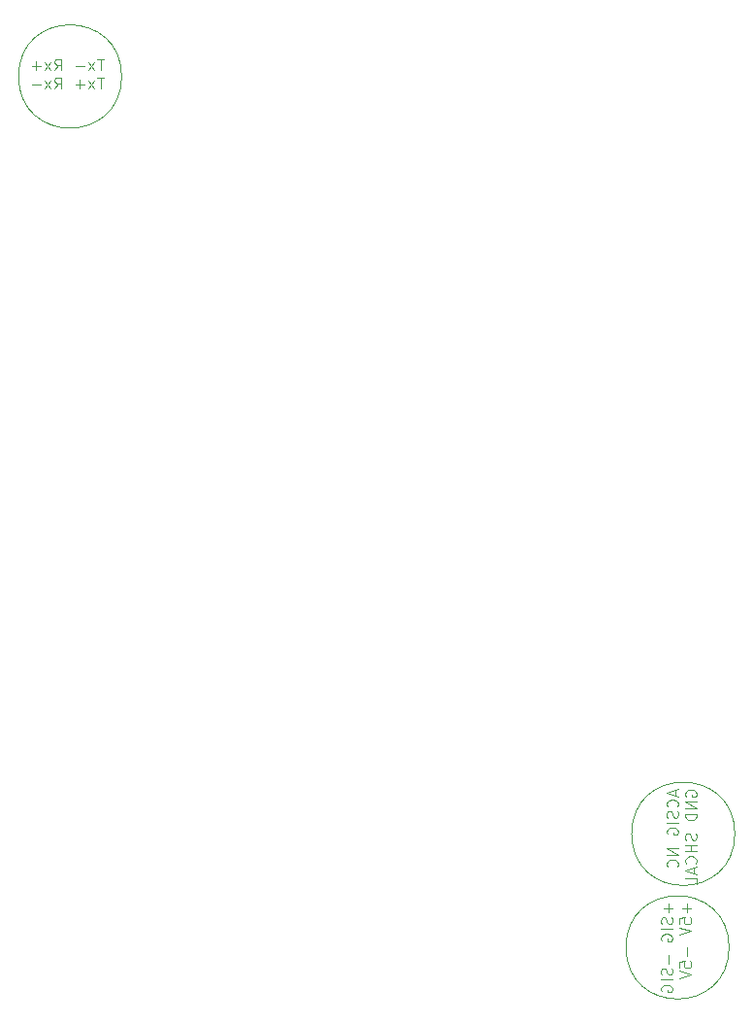
<source format=gbr>
%TF.GenerationSoftware,KiCad,Pcbnew,8.0.7*%
%TF.CreationDate,2025-03-19T13:37:51-04:00*%
%TF.ProjectId,dyno_inst_3,64796e6f-5f69-46e7-9374-5f332e6b6963,rev?*%
%TF.SameCoordinates,Original*%
%TF.FileFunction,Legend,Bot*%
%TF.FilePolarity,Positive*%
%FSLAX46Y46*%
G04 Gerber Fmt 4.6, Leading zero omitted, Abs format (unit mm)*
G04 Created by KiCad (PCBNEW 8.0.7) date 2025-03-19 13:37:51*
%MOMM*%
%LPD*%
G01*
G04 APERTURE LIST*
%ADD10C,0.100000*%
G04 APERTURE END LIST*
D10*
X195900000Y-105600000D02*
G75*
G02*
X186900000Y-105600000I-4500000J0D01*
G01*
X186900000Y-105600000D02*
G75*
G02*
X195900000Y-105600000I4500000J0D01*
G01*
X196400000Y-95700000D02*
G75*
G02*
X187400000Y-95700000I-4500000J0D01*
G01*
X187400000Y-95700000D02*
G75*
G02*
X196400000Y-95700000I4500000J0D01*
G01*
X142900000Y-29700000D02*
G75*
G02*
X133900000Y-29700000I-4500000J0D01*
G01*
X133900000Y-29700000D02*
G75*
G02*
X142900000Y-29700000I4500000J0D01*
G01*
X141338972Y-28162475D02*
X140767544Y-28162475D01*
X141053258Y-29162475D02*
X141053258Y-28162475D01*
X140529448Y-29162475D02*
X140005639Y-28495808D01*
X140529448Y-28495808D02*
X140005639Y-29162475D01*
X139624686Y-28781522D02*
X138862782Y-28781522D01*
X137053258Y-29162475D02*
X137386591Y-28686284D01*
X137624686Y-29162475D02*
X137624686Y-28162475D01*
X137624686Y-28162475D02*
X137243734Y-28162475D01*
X137243734Y-28162475D02*
X137148496Y-28210094D01*
X137148496Y-28210094D02*
X137100877Y-28257713D01*
X137100877Y-28257713D02*
X137053258Y-28352951D01*
X137053258Y-28352951D02*
X137053258Y-28495808D01*
X137053258Y-28495808D02*
X137100877Y-28591046D01*
X137100877Y-28591046D02*
X137148496Y-28638665D01*
X137148496Y-28638665D02*
X137243734Y-28686284D01*
X137243734Y-28686284D02*
X137624686Y-28686284D01*
X136719924Y-29162475D02*
X136196115Y-28495808D01*
X136719924Y-28495808D02*
X136196115Y-29162475D01*
X135815162Y-28781522D02*
X135053258Y-28781522D01*
X135434210Y-29162475D02*
X135434210Y-28400570D01*
X141338972Y-29772419D02*
X140767544Y-29772419D01*
X141053258Y-30772419D02*
X141053258Y-29772419D01*
X140529448Y-30772419D02*
X140005639Y-30105752D01*
X140529448Y-30105752D02*
X140005639Y-30772419D01*
X139624686Y-30391466D02*
X138862782Y-30391466D01*
X139243734Y-30772419D02*
X139243734Y-30010514D01*
X137053258Y-30772419D02*
X137386591Y-30296228D01*
X137624686Y-30772419D02*
X137624686Y-29772419D01*
X137624686Y-29772419D02*
X137243734Y-29772419D01*
X137243734Y-29772419D02*
X137148496Y-29820038D01*
X137148496Y-29820038D02*
X137100877Y-29867657D01*
X137100877Y-29867657D02*
X137053258Y-29962895D01*
X137053258Y-29962895D02*
X137053258Y-30105752D01*
X137053258Y-30105752D02*
X137100877Y-30200990D01*
X137100877Y-30200990D02*
X137148496Y-30248609D01*
X137148496Y-30248609D02*
X137243734Y-30296228D01*
X137243734Y-30296228D02*
X137624686Y-30296228D01*
X136719924Y-30772419D02*
X136196115Y-30105752D01*
X136719924Y-30105752D02*
X136196115Y-30772419D01*
X135815162Y-30391466D02*
X135053258Y-30391466D01*
X191176760Y-91856265D02*
X191176760Y-92332455D01*
X191462475Y-91761027D02*
X190462475Y-92094360D01*
X190462475Y-92094360D02*
X191462475Y-92427693D01*
X191367236Y-93332455D02*
X191414856Y-93284836D01*
X191414856Y-93284836D02*
X191462475Y-93141979D01*
X191462475Y-93141979D02*
X191462475Y-93046741D01*
X191462475Y-93046741D02*
X191414856Y-92903884D01*
X191414856Y-92903884D02*
X191319617Y-92808646D01*
X191319617Y-92808646D02*
X191224379Y-92761027D01*
X191224379Y-92761027D02*
X191033903Y-92713408D01*
X191033903Y-92713408D02*
X190891046Y-92713408D01*
X190891046Y-92713408D02*
X190700570Y-92761027D01*
X190700570Y-92761027D02*
X190605332Y-92808646D01*
X190605332Y-92808646D02*
X190510094Y-92903884D01*
X190510094Y-92903884D02*
X190462475Y-93046741D01*
X190462475Y-93046741D02*
X190462475Y-93141979D01*
X190462475Y-93141979D02*
X190510094Y-93284836D01*
X190510094Y-93284836D02*
X190557713Y-93332455D01*
X191414856Y-93713408D02*
X191462475Y-93856265D01*
X191462475Y-93856265D02*
X191462475Y-94094360D01*
X191462475Y-94094360D02*
X191414856Y-94189598D01*
X191414856Y-94189598D02*
X191367236Y-94237217D01*
X191367236Y-94237217D02*
X191271998Y-94284836D01*
X191271998Y-94284836D02*
X191176760Y-94284836D01*
X191176760Y-94284836D02*
X191081522Y-94237217D01*
X191081522Y-94237217D02*
X191033903Y-94189598D01*
X191033903Y-94189598D02*
X190986284Y-94094360D01*
X190986284Y-94094360D02*
X190938665Y-93903884D01*
X190938665Y-93903884D02*
X190891046Y-93808646D01*
X190891046Y-93808646D02*
X190843427Y-93761027D01*
X190843427Y-93761027D02*
X190748189Y-93713408D01*
X190748189Y-93713408D02*
X190652951Y-93713408D01*
X190652951Y-93713408D02*
X190557713Y-93761027D01*
X190557713Y-93761027D02*
X190510094Y-93808646D01*
X190510094Y-93808646D02*
X190462475Y-93903884D01*
X190462475Y-93903884D02*
X190462475Y-94141979D01*
X190462475Y-94141979D02*
X190510094Y-94284836D01*
X191462475Y-94713408D02*
X190462475Y-94713408D01*
X190510094Y-95713407D02*
X190462475Y-95618169D01*
X190462475Y-95618169D02*
X190462475Y-95475312D01*
X190462475Y-95475312D02*
X190510094Y-95332455D01*
X190510094Y-95332455D02*
X190605332Y-95237217D01*
X190605332Y-95237217D02*
X190700570Y-95189598D01*
X190700570Y-95189598D02*
X190891046Y-95141979D01*
X190891046Y-95141979D02*
X191033903Y-95141979D01*
X191033903Y-95141979D02*
X191224379Y-95189598D01*
X191224379Y-95189598D02*
X191319617Y-95237217D01*
X191319617Y-95237217D02*
X191414856Y-95332455D01*
X191414856Y-95332455D02*
X191462475Y-95475312D01*
X191462475Y-95475312D02*
X191462475Y-95570550D01*
X191462475Y-95570550D02*
X191414856Y-95713407D01*
X191414856Y-95713407D02*
X191367236Y-95761026D01*
X191367236Y-95761026D02*
X191033903Y-95761026D01*
X191033903Y-95761026D02*
X191033903Y-95570550D01*
X191462475Y-96951503D02*
X190462475Y-96951503D01*
X190462475Y-96951503D02*
X191462475Y-97522931D01*
X191462475Y-97522931D02*
X190462475Y-97522931D01*
X191367236Y-98570550D02*
X191414856Y-98522931D01*
X191414856Y-98522931D02*
X191462475Y-98380074D01*
X191462475Y-98380074D02*
X191462475Y-98284836D01*
X191462475Y-98284836D02*
X191414856Y-98141979D01*
X191414856Y-98141979D02*
X191319617Y-98046741D01*
X191319617Y-98046741D02*
X191224379Y-97999122D01*
X191224379Y-97999122D02*
X191033903Y-97951503D01*
X191033903Y-97951503D02*
X190891046Y-97951503D01*
X190891046Y-97951503D02*
X190700570Y-97999122D01*
X190700570Y-97999122D02*
X190605332Y-98046741D01*
X190605332Y-98046741D02*
X190510094Y-98141979D01*
X190510094Y-98141979D02*
X190462475Y-98284836D01*
X190462475Y-98284836D02*
X190462475Y-98380074D01*
X190462475Y-98380074D02*
X190510094Y-98522931D01*
X190510094Y-98522931D02*
X190557713Y-98570550D01*
X192120038Y-92427693D02*
X192072419Y-92332455D01*
X192072419Y-92332455D02*
X192072419Y-92189598D01*
X192072419Y-92189598D02*
X192120038Y-92046741D01*
X192120038Y-92046741D02*
X192215276Y-91951503D01*
X192215276Y-91951503D02*
X192310514Y-91903884D01*
X192310514Y-91903884D02*
X192500990Y-91856265D01*
X192500990Y-91856265D02*
X192643847Y-91856265D01*
X192643847Y-91856265D02*
X192834323Y-91903884D01*
X192834323Y-91903884D02*
X192929561Y-91951503D01*
X192929561Y-91951503D02*
X193024800Y-92046741D01*
X193024800Y-92046741D02*
X193072419Y-92189598D01*
X193072419Y-92189598D02*
X193072419Y-92284836D01*
X193072419Y-92284836D02*
X193024800Y-92427693D01*
X193024800Y-92427693D02*
X192977180Y-92475312D01*
X192977180Y-92475312D02*
X192643847Y-92475312D01*
X192643847Y-92475312D02*
X192643847Y-92284836D01*
X193072419Y-92903884D02*
X192072419Y-92903884D01*
X192072419Y-92903884D02*
X193072419Y-93475312D01*
X193072419Y-93475312D02*
X192072419Y-93475312D01*
X193072419Y-93951503D02*
X192072419Y-93951503D01*
X192072419Y-93951503D02*
X192072419Y-94189598D01*
X192072419Y-94189598D02*
X192120038Y-94332455D01*
X192120038Y-94332455D02*
X192215276Y-94427693D01*
X192215276Y-94427693D02*
X192310514Y-94475312D01*
X192310514Y-94475312D02*
X192500990Y-94522931D01*
X192500990Y-94522931D02*
X192643847Y-94522931D01*
X192643847Y-94522931D02*
X192834323Y-94475312D01*
X192834323Y-94475312D02*
X192929561Y-94427693D01*
X192929561Y-94427693D02*
X193024800Y-94332455D01*
X193024800Y-94332455D02*
X193072419Y-94189598D01*
X193072419Y-94189598D02*
X193072419Y-93951503D01*
X193024800Y-95665789D02*
X193072419Y-95808646D01*
X193072419Y-95808646D02*
X193072419Y-96046741D01*
X193072419Y-96046741D02*
X193024800Y-96141979D01*
X193024800Y-96141979D02*
X192977180Y-96189598D01*
X192977180Y-96189598D02*
X192881942Y-96237217D01*
X192881942Y-96237217D02*
X192786704Y-96237217D01*
X192786704Y-96237217D02*
X192691466Y-96189598D01*
X192691466Y-96189598D02*
X192643847Y-96141979D01*
X192643847Y-96141979D02*
X192596228Y-96046741D01*
X192596228Y-96046741D02*
X192548609Y-95856265D01*
X192548609Y-95856265D02*
X192500990Y-95761027D01*
X192500990Y-95761027D02*
X192453371Y-95713408D01*
X192453371Y-95713408D02*
X192358133Y-95665789D01*
X192358133Y-95665789D02*
X192262895Y-95665789D01*
X192262895Y-95665789D02*
X192167657Y-95713408D01*
X192167657Y-95713408D02*
X192120038Y-95761027D01*
X192120038Y-95761027D02*
X192072419Y-95856265D01*
X192072419Y-95856265D02*
X192072419Y-96094360D01*
X192072419Y-96094360D02*
X192120038Y-96237217D01*
X193072419Y-96665789D02*
X192072419Y-96665789D01*
X192548609Y-96665789D02*
X192548609Y-97237217D01*
X193072419Y-97237217D02*
X192072419Y-97237217D01*
X192977180Y-98284836D02*
X193024800Y-98237217D01*
X193024800Y-98237217D02*
X193072419Y-98094360D01*
X193072419Y-98094360D02*
X193072419Y-97999122D01*
X193072419Y-97999122D02*
X193024800Y-97856265D01*
X193024800Y-97856265D02*
X192929561Y-97761027D01*
X192929561Y-97761027D02*
X192834323Y-97713408D01*
X192834323Y-97713408D02*
X192643847Y-97665789D01*
X192643847Y-97665789D02*
X192500990Y-97665789D01*
X192500990Y-97665789D02*
X192310514Y-97713408D01*
X192310514Y-97713408D02*
X192215276Y-97761027D01*
X192215276Y-97761027D02*
X192120038Y-97856265D01*
X192120038Y-97856265D02*
X192072419Y-97999122D01*
X192072419Y-97999122D02*
X192072419Y-98094360D01*
X192072419Y-98094360D02*
X192120038Y-98237217D01*
X192120038Y-98237217D02*
X192167657Y-98284836D01*
X192786704Y-98665789D02*
X192786704Y-99141979D01*
X193072419Y-98570551D02*
X192072419Y-98903884D01*
X192072419Y-98903884D02*
X193072419Y-99237217D01*
X193072419Y-100046741D02*
X193072419Y-99570551D01*
X193072419Y-99570551D02*
X192072419Y-99570551D01*
X190581522Y-101803884D02*
X190581522Y-102565789D01*
X190962475Y-102184836D02*
X190200570Y-102184836D01*
X190914856Y-102994360D02*
X190962475Y-103137217D01*
X190962475Y-103137217D02*
X190962475Y-103375312D01*
X190962475Y-103375312D02*
X190914856Y-103470550D01*
X190914856Y-103470550D02*
X190867236Y-103518169D01*
X190867236Y-103518169D02*
X190771998Y-103565788D01*
X190771998Y-103565788D02*
X190676760Y-103565788D01*
X190676760Y-103565788D02*
X190581522Y-103518169D01*
X190581522Y-103518169D02*
X190533903Y-103470550D01*
X190533903Y-103470550D02*
X190486284Y-103375312D01*
X190486284Y-103375312D02*
X190438665Y-103184836D01*
X190438665Y-103184836D02*
X190391046Y-103089598D01*
X190391046Y-103089598D02*
X190343427Y-103041979D01*
X190343427Y-103041979D02*
X190248189Y-102994360D01*
X190248189Y-102994360D02*
X190152951Y-102994360D01*
X190152951Y-102994360D02*
X190057713Y-103041979D01*
X190057713Y-103041979D02*
X190010094Y-103089598D01*
X190010094Y-103089598D02*
X189962475Y-103184836D01*
X189962475Y-103184836D02*
X189962475Y-103422931D01*
X189962475Y-103422931D02*
X190010094Y-103565788D01*
X190962475Y-103994360D02*
X189962475Y-103994360D01*
X190010094Y-104994359D02*
X189962475Y-104899121D01*
X189962475Y-104899121D02*
X189962475Y-104756264D01*
X189962475Y-104756264D02*
X190010094Y-104613407D01*
X190010094Y-104613407D02*
X190105332Y-104518169D01*
X190105332Y-104518169D02*
X190200570Y-104470550D01*
X190200570Y-104470550D02*
X190391046Y-104422931D01*
X190391046Y-104422931D02*
X190533903Y-104422931D01*
X190533903Y-104422931D02*
X190724379Y-104470550D01*
X190724379Y-104470550D02*
X190819617Y-104518169D01*
X190819617Y-104518169D02*
X190914856Y-104613407D01*
X190914856Y-104613407D02*
X190962475Y-104756264D01*
X190962475Y-104756264D02*
X190962475Y-104851502D01*
X190962475Y-104851502D02*
X190914856Y-104994359D01*
X190914856Y-104994359D02*
X190867236Y-105041978D01*
X190867236Y-105041978D02*
X190533903Y-105041978D01*
X190533903Y-105041978D02*
X190533903Y-104851502D01*
X190581522Y-106232455D02*
X190581522Y-106994360D01*
X190914856Y-107422931D02*
X190962475Y-107565788D01*
X190962475Y-107565788D02*
X190962475Y-107803883D01*
X190962475Y-107803883D02*
X190914856Y-107899121D01*
X190914856Y-107899121D02*
X190867236Y-107946740D01*
X190867236Y-107946740D02*
X190771998Y-107994359D01*
X190771998Y-107994359D02*
X190676760Y-107994359D01*
X190676760Y-107994359D02*
X190581522Y-107946740D01*
X190581522Y-107946740D02*
X190533903Y-107899121D01*
X190533903Y-107899121D02*
X190486284Y-107803883D01*
X190486284Y-107803883D02*
X190438665Y-107613407D01*
X190438665Y-107613407D02*
X190391046Y-107518169D01*
X190391046Y-107518169D02*
X190343427Y-107470550D01*
X190343427Y-107470550D02*
X190248189Y-107422931D01*
X190248189Y-107422931D02*
X190152951Y-107422931D01*
X190152951Y-107422931D02*
X190057713Y-107470550D01*
X190057713Y-107470550D02*
X190010094Y-107518169D01*
X190010094Y-107518169D02*
X189962475Y-107613407D01*
X189962475Y-107613407D02*
X189962475Y-107851502D01*
X189962475Y-107851502D02*
X190010094Y-107994359D01*
X190962475Y-108422931D02*
X189962475Y-108422931D01*
X190010094Y-109422930D02*
X189962475Y-109327692D01*
X189962475Y-109327692D02*
X189962475Y-109184835D01*
X189962475Y-109184835D02*
X190010094Y-109041978D01*
X190010094Y-109041978D02*
X190105332Y-108946740D01*
X190105332Y-108946740D02*
X190200570Y-108899121D01*
X190200570Y-108899121D02*
X190391046Y-108851502D01*
X190391046Y-108851502D02*
X190533903Y-108851502D01*
X190533903Y-108851502D02*
X190724379Y-108899121D01*
X190724379Y-108899121D02*
X190819617Y-108946740D01*
X190819617Y-108946740D02*
X190914856Y-109041978D01*
X190914856Y-109041978D02*
X190962475Y-109184835D01*
X190962475Y-109184835D02*
X190962475Y-109280073D01*
X190962475Y-109280073D02*
X190914856Y-109422930D01*
X190914856Y-109422930D02*
X190867236Y-109470549D01*
X190867236Y-109470549D02*
X190533903Y-109470549D01*
X190533903Y-109470549D02*
X190533903Y-109280073D01*
X192191466Y-101803884D02*
X192191466Y-102565789D01*
X192572419Y-102184836D02*
X191810514Y-102184836D01*
X191572419Y-103518169D02*
X191572419Y-103041979D01*
X191572419Y-103041979D02*
X192048609Y-102994360D01*
X192048609Y-102994360D02*
X192000990Y-103041979D01*
X192000990Y-103041979D02*
X191953371Y-103137217D01*
X191953371Y-103137217D02*
X191953371Y-103375312D01*
X191953371Y-103375312D02*
X192000990Y-103470550D01*
X192000990Y-103470550D02*
X192048609Y-103518169D01*
X192048609Y-103518169D02*
X192143847Y-103565788D01*
X192143847Y-103565788D02*
X192381942Y-103565788D01*
X192381942Y-103565788D02*
X192477180Y-103518169D01*
X192477180Y-103518169D02*
X192524800Y-103470550D01*
X192524800Y-103470550D02*
X192572419Y-103375312D01*
X192572419Y-103375312D02*
X192572419Y-103137217D01*
X192572419Y-103137217D02*
X192524800Y-103041979D01*
X192524800Y-103041979D02*
X192477180Y-102994360D01*
X191572419Y-103851503D02*
X192572419Y-104184836D01*
X192572419Y-104184836D02*
X191572419Y-104518169D01*
X192191466Y-105613408D02*
X192191466Y-106375313D01*
X191572419Y-107327693D02*
X191572419Y-106851503D01*
X191572419Y-106851503D02*
X192048609Y-106803884D01*
X192048609Y-106803884D02*
X192000990Y-106851503D01*
X192000990Y-106851503D02*
X191953371Y-106946741D01*
X191953371Y-106946741D02*
X191953371Y-107184836D01*
X191953371Y-107184836D02*
X192000990Y-107280074D01*
X192000990Y-107280074D02*
X192048609Y-107327693D01*
X192048609Y-107327693D02*
X192143847Y-107375312D01*
X192143847Y-107375312D02*
X192381942Y-107375312D01*
X192381942Y-107375312D02*
X192477180Y-107327693D01*
X192477180Y-107327693D02*
X192524800Y-107280074D01*
X192524800Y-107280074D02*
X192572419Y-107184836D01*
X192572419Y-107184836D02*
X192572419Y-106946741D01*
X192572419Y-106946741D02*
X192524800Y-106851503D01*
X192524800Y-106851503D02*
X192477180Y-106803884D01*
X191572419Y-107661027D02*
X192572419Y-107994360D01*
X192572419Y-107994360D02*
X191572419Y-108327693D01*
M02*

</source>
